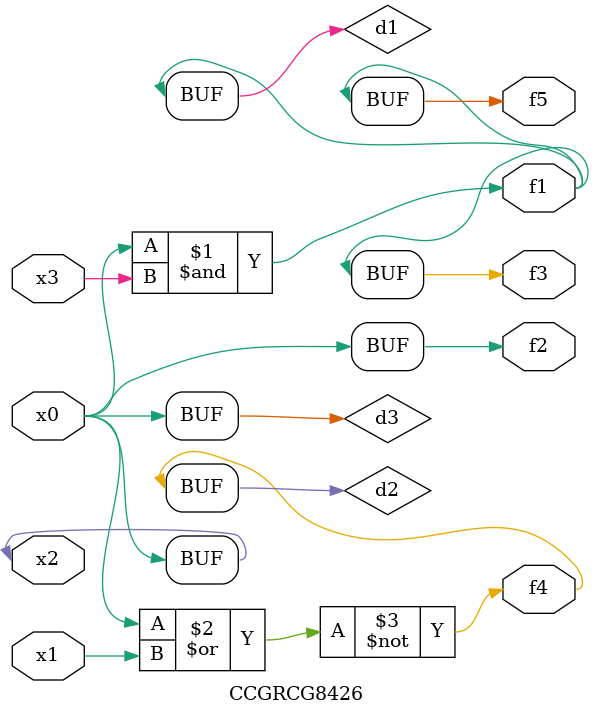
<source format=v>
module CCGRCG8426(
	input x0, x1, x2, x3,
	output f1, f2, f3, f4, f5
);

	wire d1, d2, d3;

	and (d1, x2, x3);
	nor (d2, x0, x1);
	buf (d3, x0, x2);
	assign f1 = d1;
	assign f2 = d3;
	assign f3 = d1;
	assign f4 = d2;
	assign f5 = d1;
endmodule

</source>
